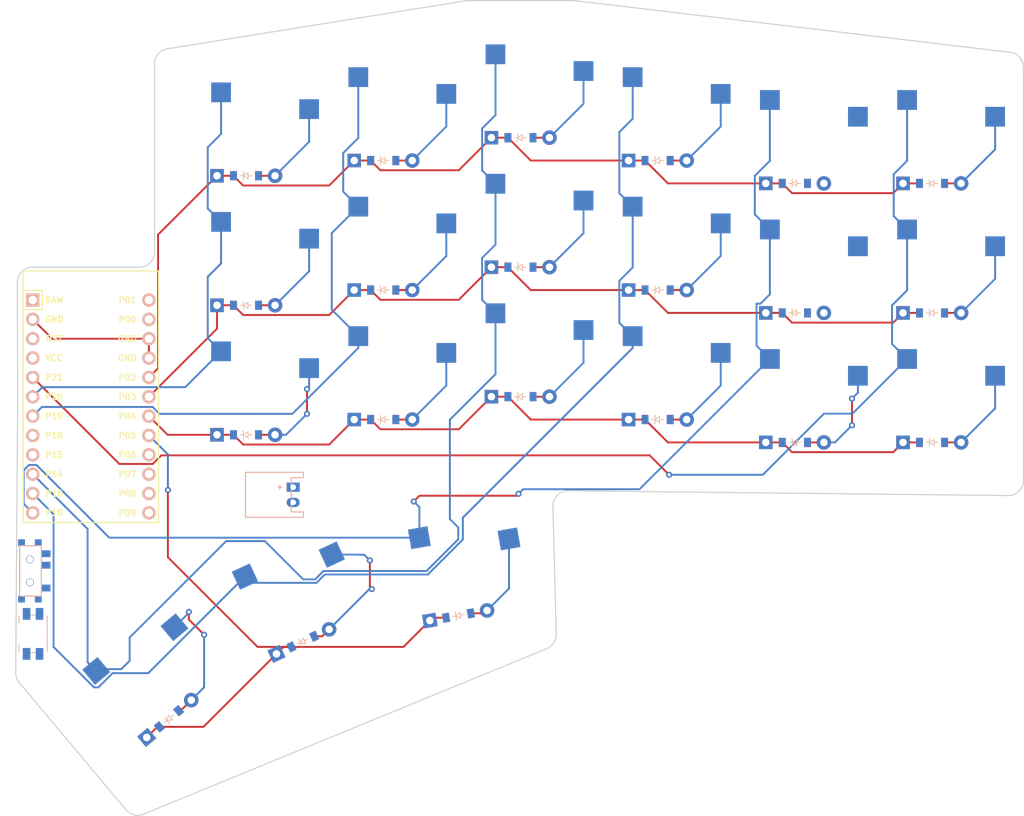
<source format=kicad_pcb>
(kicad_pcb (version 20240108) (generator "pcbnew") (generator_version "8.0")
  (title_block (title "right") (rev "v1.0.0") (company "Unknown"))
  (layers (0 "F.Cu" signal) (31 "B.Cu" signal) (34 "B.Paste" user) (35 "F.Paste" user) (36 "B.SilkS" user "B.Silkscreen") (37 "F.SilkS" user "F.Silkscreen") (38 "B.Mask" user) (39 "F.Mask" user) (44 "Edge.Cuts" user))
  (net 0 "")
  (net 1 "P21")
  (net 2 "mirror_outer_under")
  (net 3 "mirror_outer_middle")
  (net 4 "mirror_outer_upper")
  (net 5 "P10")
  (net 6 "mirror_pinky_under")
  (net 7 "mirror_pinky_middle")
  (net 8 "mirror_pinky_upper")
  (net 9 "P16")
  (net 10 "mirror_ring_under")
  (net 11 "mirror_ring_middle")
  (net 12 "mirror_ring_upper")
  (net 13 "P14")
  (net 14 "mirror_middle_under")
  (net 15 "mirror_middle_middle")
  (net 16 "mirror_middle_upper")
  (net 17 "P19")
  (net 18 "mirror_index_under")
  (net 19 "mirror_index_middle")
  (net 20 "mirror_index_upper")
  (net 21 "P20")
  (net 22 "mirror_inner_under")
  (net 23 "mirror_inner_middle")
  (net 24 "mirror_inner_upper")
  (net 25 "mirror_left_row")
  (net 26 "mirror_mid_row")
  (net 27 "mirror_right_row")
  (net 28 "P4")
  (net 29 "P3")
  (net 30 "P2")
  (net 31 "P5")
  (net 32 "RAW")
  (net 33 "GND")
  (net 34 "RST")
  (net 35 "VCC")
  (net 36 "P18")
  (net 37 "P15")
  (net 38 "P1")
  (net 39 "P0")
  (net 40 "P6")
  (net 41 "P7")
  (net 42 "P8")
  (net 43 "P9")
  (net 44 "pos")
  (footprint "E73:SPDT_C128955" (layer "F.Cu") (at 233.647754 121.867572 90)
    (property "Reference" "T1" (hide yes))
    (property "Value" "" (hide yes))
  )
  (footprint "PG1350" (layer "F.Cu") (at 298 60)
    (property "Reference" "S12" (hide yes))
    (property "Value" "" (hide yes))
  )
  (footprint "ComboDiode" (layer "F.Cu") (at 280 85)
    (property "Reference" "D14" (hide yes))
    (property "Value" "" (hide yes))
  )
  (footprint "PG1350" (layer "F.Cu") (at 352 83)
    (property "Reference" "S2" (hide yes))
    (property "Value" "" (hide yes))
  )
  (footprint "Panasonic_EVQPUL_EVQPUC" (layer "F.Cu") (at 234.05993 130.137403 90)
    (property "Reference" "B1" (hide yes))
    (property "Value" "Panasonic_EVQPUL_EVQPUC" (hide yes))
  )
  (footprint "ComboDiode" (layer "F.Cu") (at 352 88)
    (property "Reference" "D2" (hide yes))
    (property "Value" "" (hide yes))
  )
  (footprint "PG1350" (layer "F.Cu") (at 334 83)
    (property "Reference" "S5" (hide yes))
    (property "Value" "" (hide yes))
  )
  (footprint "ComboDiode" (layer "F.Cu") (at 251.894971 141.280173 40)
    (property "Reference" "D21" (hide yes))
    (property "Value" "" (hide yes))
  )
  (footprint "ComboDiode" (layer "F.Cu") (at 334 105)
    (property "Reference" "D4" (hide yes))
    (property "Value" "" (hide yes))
  )
  (footprint "ComboDiode" (layer "F.Cu") (at 316 68)
    (property "Reference" "D9" (hide yes))
    (property "Value" "" (hide yes))
  )
  (footprint "ComboDiode" (layer "F.Cu") (at 334 71)
    (property "Reference" "D6" (hide yes))
    (property "Value" "" (hide yes))
  )
  (footprint "ComboDiode" (layer "F.Cu") (at 280 68)
    (property "Reference" "D15" (hide yes))
    (property "Value" "" (hide yes))
  )
  (footprint "PG1350" (layer "F.Cu") (at 248.681033 137.44995 40)
    (property "Reference" "S21" (hide yes))
    (property "Value" "" (hide yes))
  )
  (footprint "ComboDiode" (layer "F.Cu") (at 316 102)
    (property "Reference" "D7" (hide yes))
    (property "Value" "" (hide yes))
  )
  (footprint "PG1350" (layer "F.Cu") (at 289 122.8 10)
    (property "Reference" "S19" (hide yes))
    (property "Value" "" (hide yes))
  )
  (footprint "HOLE_M2_TH" (layer "F.Cu") (at 243.635486 122.102558 40)
    (property "Reference" "")
    (property "Value" "")
  )
  (footprint "HOLE_M2_TH" (layer "F.Cu") (at 360 108)
    (property "Reference" "")
    (property "Value" "")
  )
  (footprint "PG1350" (layer "F.Cu") (at 262 65)
    (property "Reference" "S18" (hide yes))
    (property "Value" "" (hide yes))
  )
  (footprint "ComboDiode" (layer "F.Cu") (at 289.868241 127.724039 10)
    (property "Reference" "D19" (hide yes))
    (property "Value" "" (hide yes))
  )
  (footprint "PG1350" (layer "F.Cu") (at 267.334229 126.62026 25)
    (property "Reference" "S20" (hide yes))
    (property "Value" "" (hide yes))
  )
  (footprint "PG1350" (layer "F.Cu") (at 316 63)
    (property "Reference" "S9" (hide yes))
    (property "Value" "" (hide yes))
  )
  (footprint "ComboDiode" (layer "F.Cu") (at 298 65)
    (property "Reference" "D12" (hide yes))
    (property "Value" "" (hide yes))
  )
  (footprint "PG1350" (layer "F.Cu") (at 352 100)
    (property "Reference" "S1" (hide yes))
    (property "Value" "" (hide yes))
  )
  (footprint "PG1350" (layer "F.Cu") (at 316 97)
    (property "Reference" "S7" (hide yes))
    (property "Value" "" (hide yes))
  )
  (footprint "PG1350" (layer "F.Cu") (at 262 99)
    (property "Reference" "S16" (hide yes))
    (property "Value" "" (hide yes))
  )
  (footprint "HOLE_M2_TH" (layer "F.Cu") (at 336 54)
    (property "Reference" "")
    (property "Value" "")
  )
  (footprint "ComboDiode" (layer "F.Cu") (at 334 88)
    (property "Reference" "D5" (hide yes))
    (property "Value" "" (hide yes))
  )
  (footprint "JST_PH_S2B-PH-K_02x2.00mm_Angled" (layer "F.Cu") (at 268.184347 111.879931 -90)
    (property "Reference" "JST1" (hide yes))
    (property "Value" "" (hide yes))
  )
  (footprint "ProMicro" (layer "F.Cu") (at 241.640864 100.278913 -90)
    (property "Reference" "MCU1" (hide yes))
    (property "Value" "" (hide yes))
  )
  (footprint "PG1350" (layer "F.Cu") (at 352 66)
    (property "Reference" "S3" (hide yes))
    (property "Value" "" (hide yes))
  )
  (footprint "ComboDiode" (layer "F.Cu") (at 352 71)
    (property "Reference" "D3" (hide yes))
    (property "Value" "" (hide yes))
  )
  (footprint "PG1350" (layer "F.Cu") (at 334 66)
    (property "Reference" "S6" (hide yes))
    (property "Value" "" (hide yes))
  )
  (footprint "HOLE_M2_TH" (layer "F.Cu") (at 256.524488 112.903501 25)
    (property "Reference" "")
    (property "Value" "")
  )
  (footprint "ComboDiode" (layer "F.Cu") (at 262 87)
    (property "Reference" "D17" (hide yes))
    (property "Value" "" (hide yes))
  )
  (footprint "PG1350" (layer "F.Cu") (at 280 80)
    (property "Reference" "S14" (hide yes))
    (property "Value" "" (hide yes))
  )
  (footprint "PG1350" (layer "F.Cu") (at 334 100)
    (property "Reference" "S4" (hide yes))
    (property "Value" "" (hide yes))
  )
  (footprint "HOLE_M2_TH" (layer "F.Cu") (at 283 52)
    (property "Reference" "")
    (property "Value" "")
  )
  (footprint "HOLE_M2_TH" (layer "F.Cu") (at 272.828267 138.402261 25)
    (property "Reference" "")
    (property "Value" "")
  )
  (footprint "PG1350" (layer "F.Cu") (at 298 77)
    (property "Reference" "S11" (hide yes))
    (property "Value" "" (hide yes))
  )
  (footprint "PG1350" (layer "F.Cu") (at 316 80)
    (property "Reference" "S8" (hide yes))
    (property "Value" "" (hide yes))
  )
  (footprint "ComboDiode" (layer "F.Cu") (at 316 85)
    (property "Reference" "D8" (hide yes))
    (property "Value" "" (hide yes))
  )
  (footprint "ComboDiode" (layer "F.Cu") (at 298 99)
    (property "Reference" "D10" (hide yes))
    (property "Value" "" (hide yes))
  )
  (footprint "HOLE_M2_TH" (layer "F.Cu") (at 291.666613 109.129258 10)
    (property "Reference" "")
    (property "Value" "")
  )
  (footprint "PG1350" (layer "F.Cu") (at 262 82)
    (property "Reference" "S17" (hide yes))
    (property "Value" "" (hide yes))
  )
  (footprint "ComboDiode" (layer "F.Cu") (at 280 102)
    (property "Reference" "D13" (hide yes))
    (property "Value" "" (hide yes))
  )
  (footprint "ComboDiode" (layer "F.Cu") (at 262 70)
    (property "Reference" "D18" (hide yes))
    (property "Value" "" (hide yes))
  )
  (footprint "PG1350" (layer "F.Cu") (at 298 94)
    (property "Reference" "S10" (hide yes))
    (property "Value" "" (hide yes))
  )
  (footprint "ComboDiode" (layer "F.Cu") (at 298 82)
    (property "Reference" "D11" (hide yes))
    (property "Value" "" (hide yes))
  )
  (footprint "PG1350" (layer "F.Cu") (at 280 63)
    (property "Reference" "S15" (hide yes))
    (property "Value" "" (hide yes))
  )
  (footprint "ComboDiode" (layer "F.Cu") (at 262 104)
    (property "Reference" "D16" (hide yes))
    (property "Value" "" (hide yes))
  )
  (footprint "ComboDiode" (layer "F.Cu") (at 269.447321 131.151799 25)
    (property "Reference" "D20" (hide yes))
    (property "Value" "" (hide yes))
  )
  (footprint "ComboDiode" (layer "F.Cu") (at 352 105)
    (property "Reference" "D1" (hide yes))
    (property "Value" "" (hide yes))
  )
  (footprint "PG1350" (layer "F.Cu") (at 280 97)
    (property "Reference" "S13" (hide yes))
    (property "Value" "" (hide yes))
  )
  (gr_arc (start 250 80) (mid 249.414214 81.414214) (end 248 82) (stroke (width 0.15)) (layer "Edge.Cuts"))
  (gr_arc (start 250 55.303796) (mid 250.477548 54.006822) (end 251.682141 53.329216) (stroke (width 0.15)) (layer "Edge.Cuts"))
  (gr_line (start 246.262257 153.236051) (end 232.248381 136.534963) (stroke (width 0.15)) (layer "Edge.Cuts"))
  (gr_line (start 302.262467 113.405594) (end 302.692487 130.171418) (stroke (width 0.15)) (layer "Edge.Cuts"))
  (gr_arc (start 364 109.978262) (mid 363.406549 111.400099) (end 361.97838 111.978145) (stroke (width 0.15)) (layer "Edge.Cuts"))
  (gr_line (start 361.97838 111.978145) (end 304.28343 111.35443) (stroke (width 0.15)) (layer "Edge.Cuts"))
  (gr_line (start 232.038785 100.494019) (end 232.004203 84.004194) (stroke (width 0.15)) (layer "Edge.Cuts"))
  (gr_line (start 231.780525 135.234515) (end 232.038735 100.513087) (stroke (width 0.15)) (layer "Edge.Cuts"))
  (gr_line (start 364 55.776739) (end 364 109.978262) (stroke (width 0.15)) (layer "Edge.Cuts"))
  (gr_line (start 301.453027 132.07272) (end 248.554228 153.800498) (stroke (width 0.15)) (layer "Edge.Cuts"))
  (gr_line (start 305.117406 47.013929) (end 362.235635 53.790669) (stroke (width 0.15)) (layer "Edge.Cuts"))
  (gr_arc (start 362.235635 53.790669) (mid 363.495204 54.448445) (end 364 55.776739) (stroke (width 0.15)) (layer "Edge.Cuts"))
  (gr_line (start 291.159946 47) (end 304.88177 47) (stroke (width 0.15)) (layer "Edge.Cuts"))
  (gr_arc (start 232.038786 100.49402) (mid 232.038783 100.503554) (end 232.038735 100.513087) (stroke (width 0.15)) (layer "Edge.Cuts"))
  (gr_arc (start 232.248381 136.534963) (mid 231.898554 135.926435) (end 231.780525 135.234515) (stroke (width 0.15)) (layer "Edge.Cuts"))
  (gr_arc (start 290.842087 47.02542) (mid 291.000509 47.006365) (end 291.159946 47) (stroke (width 0.15)) (layer "Edge.Cuts"))
  (gr_arc (start 232.004203 84.004194) (mid 232.588503 82.58727) (end 234.004199 82) (stroke (width 0.15)) (layer "Edge.Cuts"))
  (gr_line (start 234.004199 82) (end 248 82) (stroke (width 0.15)) (layer "Edge.Cuts"))
  (gr_arc (start 248.554229 153.800498) (mid 247.316094 153.892454) (end 246.262257 153.236052) (stroke (width 0.15)) (layer "Edge.Cuts"))
  (gr_arc (start 302.262468 113.405593) (mid 302.837148 111.950627) (end 304.28343 111.35443) (stroke (width 0.15)) (layer "Edge.Cuts"))
  (gr_line (start 251.682141 53.329216) (end 290.842087 47.02542) (stroke (width 0.15)) (layer "Edge.Cuts"))
  (gr_arc (start 302.692487 130.171419) (mid 302.368575 131.314914) (end 301.453027 132.07272) (stroke (width 0.15)) (layer "Edge.Cuts"))
  (gr_line (start 250 80) (end 250 55.303796) (stroke (width 0.15)) (layer "Edge.Cuts"))
  (gr_arc (start 304.881771 47) (mid 304.999794 47.003485) (end 305.117406 47.01393) (stroke (width 0.15)) (layer "Edge.Cuts"))
  (segment (start 245.382164 107.830213) (end 234.020864 96.468913) (width 0.25) (layer "F.Cu") (net 1))
  (segment (start 317.5 109.25) (end 314.954258 106.704258) (width 0.25) (layer "F.Cu") (net 1))
  (segment (start 249.758459 107.830213) (end 245.382164 107.830213) (width 0.25) (layer "F.Cu") (net 1))
  (segment (start 250.884414 106.704258) (end 249.758459 107.830213) (width 0.25) (layer "F.Cu") (net 1))
  (segment (start 314.954258 106.704258) (end 250.884414 106.704258) (width 0.25) (layer "F.Cu") (net 1))
  (via (at 317.5 109.25) (size 0.8) (drill 0.4) (layers "F.Cu" "B.Cu") (net 1))
  (segment (start 346.75 92.075) (end 348.725 94.05) (width 0.25) (layer "B.Cu") (net 1))
  (segment (start 348.725 94.05) (end 341.5491 101.2259) (width 0.25) (layer "B.Cu") (net 1))
  (segment (start 341.5491 101.2259) (end 337.8241 101.2259) (width 0.25) (layer "B.Cu") (net 1))
  (segment (start 348.725 60.05) (end 348.725 68.037) (width 0.25) (layer "B.Cu") (net 1))
  (segment (start 346.976 75.301) (end 348.725 77.05) (width 0.25) (layer "B.Cu") (net 1))
  (segment (start 348.725 85.037) (end 346.75 87.012) (width 0.25) (layer "B.Cu") (net 1))
  (segment (start 337.8241 101.2259) (end 329.8 109.25) (width 0.25) (layer "B.Cu") (net 1))
  (segment (start 346.976 69.786) (end 346.976 75.301) (width 0.25) (layer "B.Cu") (net 1))
  (segment (start 329.8 109.25) (end 317.5 109.25) (width 0.25) (layer "B.Cu") (net 1))
  (segment (start 348.725 77.05) (end 348.725 85.037) (width 0.25) (layer "B.Cu") (net 1))
  (segment (start 348.725 68.037) (end 346.976 69.786) (width 0.25) (layer "B.Cu") (net 1))
  (segment (start 346.75 87.012) (end 346.75 92.075) (width 0.25) (layer "B.Cu") (net 1))
  (segment (start 353.65 105) (end 355.81 105) (width 0.25) (layer "F.Cu") (net 2))
  (segment (start 360.275 100.535) (end 355.81 105) (width 0.25) (layer "B.Cu") (net 2))
  (segment (start 360.275 96.25) (end 360.275 100.535) (width 0.25) (layer "B.Cu") (net 2))
  (segment (start 353.65 88) (end 355.81 88) (width 0.25) (layer "F.Cu") (net 3))
  (segment (start 360.275 83.535) (end 355.81 88) (width 0.25) (layer "B.Cu") (net 3))
  (segment (start 360.275 79.25) (end 360.275 83.535) (width 0.25) (layer "B.Cu") (net 3))
  (segment (start 353.65 71) (end 355.81 71) (width 0.25) (layer "F.Cu") (net 4))
  (segment (start 360.275 62.25) (end 360.275 66.535) (width 0.25) (layer "B.Cu") (net 4))
  (segment (start 360.275 66.535) (end 355.81 71) (width 0.25) (layer "B.Cu") (net 4))
  (segment (start 297.5 112) (end 284.75 112) (width 0.25) (layer "F.Cu") (net 5))
  (segment (start 297.75 111.75) (end 297.5 112) (width 0.25) (layer "F.Cu") (net 5))
  (segment (start 284.75 112) (end 284 112.75) (width 0.25) (layer "F.Cu") (net 5))
  (via (at 284 112.75) (size 0.8) (drill 0.4) (layers "F.Cu" "B.Cu") (net 5))
  (via (at 297.75 111.75) (size 0.8) (drill 0.4) (layers "F.Cu" "B.Cu") (net 5))
  (segment (start 284.741548 117.509092) (end 244.059938 117.509092) (width 0.25) (layer "B.Cu") (net 5))
  (segment (start 313.624384 111.150616) (end 298.349384 111.150616) (width 0.25) (layer "B.Cu") (net 5))
  (segment (start 234.518459 107.967613) (end 233.523269 107.967613) (width 0.25) (layer "B.Cu") (net 5))
  (segment (start 330.725 94.05) (end 313.624384 111.150616) (width 0.25) (layer "B.Cu") (net 5))
  (segment (start 244.059938 117.509092) (end 234.518459 107.967613) (width 0.25) (layer "B.Cu") (net 5))
  (segment (start 330.725 85.561) (end 329.5 86.786) (width 0.25) (layer "B.Cu") (net 5))
  (segment (start 284 112.75) (end 284.741548 113.491548) (width 0.25) (layer "B.Cu") (net 5))
  (segment (start 298.349384 111.150616) (end 297.75 111.75) (width 0.25) (layer "B.Cu") (net 5))
  (segment (start 330.725 77.05) (end 330.725 85.561) (width 0.25) (layer "B.Cu") (net 5))
  (segment (start 232.819564 108.671318) (end 232.819564 113.047613) (width 0.25) (layer "B.Cu") (net 5))
  (segment (start 330.725 68.037) (end 328.75 70.012) (width 0.25) (layer "B.Cu") (net 5))
  (segment (start 232.819564 113.047613) (end 234.020864 114.248913) (width 0.25) (layer "B.Cu") (net 5))
  (segment (start 284.741548 113.491548) (end 284.741548 117.509092) (width 0.25) (layer "B.Cu") (net 5))
  (segment (start 233.523269 107.967613) (end 232.819564 108.671318) (width 0.25) (layer "B.Cu") (net 5))
  (segment (start 328.976 86.786) (end 328.976 92.301) (width 0.25) (layer "B.Cu") (net 5))
  (segment (start 330.725 60.05) (end 330.725 68.037) (width 0.25) (layer "B.Cu") (net 5))
  (segment (start 328.976 92.301) (end 330.725 94.05) (width 0.25) (layer "B.Cu") (net 5))
  (segment (start 329.5 86.786) (end 328.976 86.786) (width 0.25) (layer "B.Cu") (net 5))
  (segment (start 328.75 75.075) (end 330.725 77.05) (width 0.25) (layer "B.Cu") (net 5))
  (segment (start 328.75 70.012) (end 328.75 75.075) (width 0.25) (layer "B.Cu") (net 5))
  (segment (start 341.5 99.25) (end 341.5 102.75) (width 0.25) (layer "F.Cu") (net 6))
  (segment (start 335.65 105) (end 337.81 105) (width 0.25) (layer "F.Cu") (net 6))
  (via (at 341.5 102.75) (size 0.8) (drill 0.4) (layers "F.Cu" "B.Cu") (net 6))
  (via (at 341.5 99.25) (size 0.8) (drill 0.4) (layers "F.Cu" "B.Cu") (net 6))
  (segment (start 341.5 102.75) (end 339.25 105) (width 0.25) (layer "B.Cu") (net 6))
  (segment (start 339.25 105) (end 337.81 105) (width 0.25) (layer "B.Cu") (net 6))
  (segment (start 342.275 98.475) (end 341.5 99.25) (width 0.25) (layer "B.Cu") (net 6))
  (segment (start 342.275 96.25) (end 342.275 98.475) (width 0.25) (layer "B.Cu") (net 6))
  (segment (start 290.446002 117.749231) (end 285.860069 122.335164) (width 0.25) (layer "B.Cu") (net 9))
  (segment (start 285.860069 122.335164) (end 272.342345 122.335164) (width 0.25) (layer "B.Cu") (net 9))
  (segment (start 310.976 89.301) (end 312.725 91.05) (width 0.25) (layer "B.Cu") (net 9))
  (segment (start 312.725 82.037) (end 310.976 83.786) (width 0.25) (layer "B.Cu") (net 9))
  (segment (start 312.725 62.508684) (end 310.976 64.257684) (width 0.25) (layer "B.Cu") (net 9))
  (segment (start 312.725 57.05) (end 312.725 62.508684) (width 0.25) (layer "B.Cu") (net 9))
  (segment (start 244.504133 135.291969) (end 242.642505 137.153597) (width 0.25) (layer "B.Cu") (net 9))
  (segment (start 271.243995 123.433514) (end 262.673203 123.433514) (width 0.25) (layer "B.Cu") (net 9))
  (segment (start 312.725 74.05) (end 312.725 82.037) (width 0.25) (layer "B.Cu") (net 9))
  (segment (start 262.673203 123.433514) (end 261.851492 122.611803) (width 0.25) (layer "B.Cu") (net 9))
  (segment (start 261.851492 122.611803) (end 249.171326 135.291969) (width 0.25) (layer "B.Cu") (net 9))
  (segment (start 236.75 114.438049) (end 234.020864 111.708913) (width 0.25) (layer "B.Cu") (net 9))
  (segment (start 242.052797 137.153597) (end 236.75 131.8508) (width 0.25) (layer "B.Cu") (net 9))
  (segment (start 236.75 131.8508) (end 236.75 114.438049) (width 0.25) (layer "B.Cu") (net 9))
  (segment (start 312.725 91.05) (end 312.725 92.6) (width 0.25) (layer "B.Cu") (net 9))
  (segment (start 312.725 92.6) (end 290.446002 114.878998) (width 0.25) (layer "B.Cu") (net 9))
  (segment (start 272.342345 122.335164) (end 271.243995 123.433514) (width 0.25) (layer "B.Cu") (net 9))
  (segment (start 310.976 64.257684) (end 310.976 72.301) (width 0.25) (layer "B.Cu") (net 9))
  (segment (start 290.446002 114.878998) (end 290.446002 117.749231) (width 0.25) (layer "B.Cu") (net 9))
  (segment (start 242.642505 137.153597) (end 242.052797 137.153597) (width 0.25) (layer "B.Cu") (net 9))
  (segment (start 310.976 72.301) (end 312.725 74.05) (width 0.25) (layer "B.Cu") (net 9))
  (segment (start 310.976 83.786) (end 310.976 89.301) (width 0.25) (layer "B.Cu") (net 9))
  (segment (start 249.171326 135.291969) (end 244.504133 135.291969) (width 0.25) (layer "B.Cu") (net 9))
  (segment (start 317.65 102) (end 319.81 102) (width 0.25) (layer "F.Cu") (net 10))
  (segment (start 324.275 93.25) (end 324.275 97.535) (width 0.25) (layer "B.Cu") (net 10))
  (segment (start 324.275 97.535) (end 319.81 102) (width 0.25) (layer "B.Cu") (net 10))
  (segment (start 317.65 85) (end 319.81 85) (width 0.25) (layer "F.Cu") (net 11))
  (segment (start 324.275 80.535) (end 319.81 85) (width 0.25) (layer "B.Cu") (net 11))
  (segment (start 324.275 76.25) (end 324.275 80.535) (width 0.25) (layer "B.Cu") (net 11))
  (segment (start 317.65 68) (end 319.81 68) (width 0.25) (layer "F.Cu") (net 12))
  (segment (start 324.275 59.25) (end 324.275 63.535) (width 0.25) (layer "B.Cu") (net 12))
  (segment (start 324.275 63.535) (end 319.81 68) (width 0.25) (layer "B.Cu") (net 12))
  (segment (start 292.976 69.301) (end 294.725 71.05) (width 0.25) (layer "B.Cu") (net 13))
  (segment (start 264.479877 117.959092) (end 259.385674 117.959092) (width 0.25) (layer "B.Cu") (net 13))
  (segment (start 289.841793 117.717044) (end 285.673673 121.885164) (width 0.25) (layer "B.Cu") (net 13))
  (segment (start 246.731447 130.613319) (end 246.731447 133.668636) (width 0.25) (layer "B.Cu") (net 13))
  (segment (start 241.210486 116.358535) (end 234.020864 109.168913) (width 0.25) (layer "B.Cu") (net 13))
  (segment (start 242.347651 134.997115) (end 241.210486 133.85995) (width 0.25) (layer "B.Cu") (net 13))
  (segment (start 245.633097 134.766986) (end 242.57778 134.766986) (width 0.25) (layer "B.Cu") (net 13))
  (segment (start 288.743443 115.065394) (end 289.841793 116.163744) (width 0.25) (layer "B.Cu") (net 13))
  (segment (start 292.976 63.786) (end 292.976 69.301) (width 0.25) (layer "B.Cu") (net 13))
  (segment (start 294.725 71.05) (end 294.725 79.037) (width 0.25) (layer "B.Cu") (net 13))
  (segment (start 289.841793 116.163744) (end 289.841793 117.717044) (width 0.25) (layer "B.Cu") (net 13))
  (segment (start 259.385674 117.959092) (end 246.731447 130.613319) (width 0.25) (layer "B.Cu") (net 13))
  (segment (start 285.673673 121.885164) (end 272.155949 121.885164) (width 0.25) (layer "B.Cu") (net 13))
  (segment (start 292.976 80.786) (end 292.976 86.301) (width 0.25) (layer "B.Cu") (net 13))
  (segment (start 271.057599 122.983514) (end 269.504299 122.983514) (width 0.25) (layer "B.Cu") (net 13))
  (segment (start 294.725 54.05) (end 294.725 62.037) (width 0.25) (layer "B.Cu") (net 13))
  (segment (start 292.976 86.301) (end 294.725 88.05) (width 0.25) (layer "B.Cu") (net 13))
  (segment (start 288.743443 102.018557) (end 288.743443 115.065394) (width 0.25) (layer "B.Cu") (net 13))
  (segment (start 294.725 79.037) (end 292.976 80.786) (width 0.25) (layer "B.Cu") (net 13))
  (segment (start 294.725 62.037) (end 292.976 63.786) (width 0.25) (layer "B.Cu") (net 13))
  (segment (start 246.731447 133.668636) (end 245.633097 134.766986) (width 0.25) (layer "B.Cu") (net 13))
  (segment (start 241.210486 133.85995) (end 241.210486 116.358535) (width 0.25) (layer "B.Cu") (net 13))
  (segment (start 294.725 88.05) (end 294.725 96.037) (width 0.25) (layer "B.Cu") (net 13))
  (segment (start 272.155949 121.885164) (end 271.057599 122.983514) (width 0.25) (layer "B.Cu") (net 13))
  (segment (start 242.57778 134.766986) (end 242.347651 134.997115) (width 0.25) (layer "B.Cu") (net 13))
  (segment (start 294.725 96.037) (end 288.743443 102.018557) (width 0.25) (layer "B.Cu") (net 13))
  (segment (start 269.504299 122.983514) (end 264.479877 117.959092) (width 0.25) (layer "B.Cu") (net 13))
  (segment (start 299.65 99) (end 301.81 99) (width 0.25) (layer "F.Cu") (net 14))
  (segment (start 306.275 94.535) (end 301.81 99) (width 0.25) (layer "B.Cu") (net 14))
  (segment (start 306.275 90.25) (end 306.275 94.535) (width 0.25) (layer "B.Cu") (net 14))
  (segment (start 299.65 82) (end 301.81 82) (width 0.25) (layer "F.Cu") (net 15))
  (segment (start 306.275 73.25) (end 306.275 77.535) (width 0.25) (layer "B.Cu") (net 15))
  (segment (start 306.275 77.535) (end 301.81 82) (width 0.25) (layer "B.Cu") (net 15))
  (segment (start 299.65 65) (end 301.81 65) (width 0.25) (layer "F.Cu") (net 16))
  (segment (start 306.275 60.535) (end 301.81 65) (width 0.25) (layer "B.Cu") (net 16))
  (segment (start 306.275 56.25) (end 306.275 60.535) (width 0.25) (layer "B.Cu") (net 16))
  (segment (start 276.725 57.05) (end 276.725 65.037) (width 0.25) (layer "B.Cu") (net 17))
  (segment (start 276.725 65.037) (end 274.75 67.012) (width 0.25) (layer "B.Cu") (net 17))
  (segment (start 274.75 67.012) (end 274.75 72.075) (width 0.25) (layer "B.Cu") (net 17))
  (segment (start 276.725 74.05) (end 273.25 77.525) (width 0.25) (layer "B.Cu") (net 17))
  (segment (start 250.660846 101.25) (end 249.758459 100.347613) (width 0.25) (layer "B.Cu") (net 17))
  (segment (start 273.25 77.525) (end 273.25 87.575) (width 0.25) (layer "B.Cu") (net 17))
  (segment (start 235.222164 100.347613) (end 234.020864 101.548913) (width 0.25) (layer "B.Cu") (net 17))
  (segment (start 276.725 91.05) (end 276.725 92.6) (width 0.25) (layer "B.Cu") (net 17))
  (segment (start 268.075 101.25) (end 250.660846 101.25) (width 0.25) (layer "B.Cu") (net 17))
  (segment (start 276.725 92.6) (end 268.075 101.25) (width 0.25) (layer "B.Cu") (net 17))
  (segment (start 274.75 72.075) (end 276.725 74.05) (width 0.25) (layer "B.Cu") (net 17))
  (segment (start 273.25 87.575) (end 276.725 91.05) (width 0.25) (layer "B.Cu") (net 17))
  (segment (start 249.758459 100.347613) (end 235.222164 100.347613) (width 0.25) (layer "B.Cu") (net 17))
  (segment (start 281.65 102) (end 283.81 102) (width 0.25) (layer "F.Cu") (net 18))
  (segment (start 288.275 97.535) (end 283.81 102) (width 0.25) (layer "B.Cu") (net 18))
  (segment (start 288.275 93.25) (end 288.275 97.535) (width 0.25) (layer "B.Cu") (net 18))
  (segment (start 281.65 85) (end 283.81 85) (width 0.25) (layer "F.Cu") (net 19))
  (segment (start 288.275 76.25) (end 288.275 80.535) (width 0.25) (layer "B.Cu") (net 19))
  (segment (start 288.275 80.535) (end 283.81 85) (width 0.25) (layer "B.Cu") (net 19))
  (segment (start 281.65 68) (end 283.81 68) (width 0.25) (layer "F.Cu") (net 20))
  (segment (start 288.275 59.25) (end 288.275 63.535) (width 0.25) (layer "B.Cu") (net 20))
  (segment (start 288.275 63.535) (end 283.81 68) (width 0.25) (layer "B.Cu") (net 20))
  (segment (start 235.279777 97.75) (end 234.020864 99.008913) (width 0.25) (layer "B.Cu") (net 21))
  (segment (start 256.976 74.301) (end 258.725 76.05) (width 0.25) (layer "B.Cu") (net 21))
  (segment (start 258.725 81.508684) (end 256.976 83.257684) (width 0.25) (layer "B.Cu") (net 21))
  (segment (start 254.025 97.75) (end 235.279777 97.75) (width 0.25) (layer "B.Cu") (net 21))
  (segment (start 258.725 76.05) (end 258.725 81.508684) (width 0.25) (layer "B.Cu") (net 21))
  (segment (start 258.725 59.05) (end 258.725 64.508684) (width 0.25) (layer "B.Cu") (net 21))
  (segment (start 256.976 66.257684) (end 256.976 74.301) (width 0.25) (layer "B.Cu") (net 21))
  (segment (start 258.725 64.508684) (end 256.976 66.257684) (width 0.25) (layer "B.Cu") (net 21))
  (segment (start 256.976 91.301) (end 258.725 93.05) (width 0.25) (layer "B.Cu") (net 21))
  (segment (start 256.976 83.257684) (end 256.976 91.301) (width 0.25) (layer "B.Cu") (net 21))
  (segment (start 258.725 93.05) (end 254.025 97.75) (width 0.25) (layer "B.Cu") (net 21))
  (segment (start 263.65 104) (end 265.81 104) (width 0.25) (layer "F.Cu") (net 22))
  (segment (start 270 98) (end 270 101.25) (width 0.25) (layer "F.Cu") (net 22))
  (via (at 270 101.25) (size 0.8) (drill 0.4) (layers "F.Cu" "B.Cu") (net 22))
  (via (at 270 98) (size 0.8) (drill 0.4) (layers "F.Cu" "B.Cu") (net 22))
  (segment (start 267.25 104) (end 265.81 104) (width 0.25) (layer "B.Cu") (net 22))
  (segment (start 270.275 95.25) (end 270.275 97.725) (width 0.25) (layer "B.Cu") (net 22))
  (segment (start 270.275 97.725) (end 270 98) (width 0.25) (layer "B.Cu") (net 22))
  (segment (start 270 101.25) (end 267.25 104) (width 0.25) (layer "B.Cu") (net 22))
  (segment (start 263.65 87) (end 265.81 87) (width 0.25) (layer "F.Cu") (net 23))
  (segment (start 270.275 78.25) (end 270.275 82.535) (width 0.25) (layer "B.Cu") (net 23))
  (segment (start 270.275 82.535) (end 265.81 87) (width 0.25) (layer "B.Cu") (net 23))
  (segment (start 263.65 70) (end 265.81 70) (width 0.25) (layer "F.Cu") (net 24))
  (segment (start 270.275 65.535) (end 265.81 70) (width 0.25) (layer "B.Cu") (net 24))
  (segment (start 270.275 61.25) (end 270.275 65.535) (width 0.25) (layer "B.Cu") (net 24))
  (segment (start 293.245278 127.43752) (end 293.620359 127.062439) (width 0.25) (layer "F.Cu") (net 25))
  (segment (start 291.493174 127.43752) (end 293.245278 127.43752) (width 0.25) (layer "F.Cu") (net 25))
  (segment (start 296.498103 124.184695) (end 293.620359 127.062439) (width 0.25) (layer "B.Cu") (net 25))
  (segment (start 296.498103 117.670032) (end 296.498103 124.184695) (width 0.25) (layer "B.Cu") (net 25))
  (segment (start 278.25 124) (end 278.5 124.25) (width 0.25) (layer "F.Cu") (net 26))
  (segment (start 278.25 120.5) (end 278.25 124) (width 0.25) (layer "F.Cu") (net 26))
  (segment (start 271.987498 130.454479) (end 272.900354 129.541623) (width 0.25) (layer "F.Cu") (net 26))
  (segment (start 270.942729 130.454479) (end 271.987498 130.454479) (width 0.25) (layer "F.Cu") (net 26))
  (via (at 278.5 124.25) (size 0.8) (drill 0.4) (layers "F.Cu" "B.Cu") (net 26))
  (via (at 278.25 120.5) (size 0.8) (drill 0.4) (layers "F.Cu" "B.Cu") (net 26))
  (segment (start 278.191977 124.25) (end 272.900354 129.541623) (width 0.25) (layer "B.Cu") (net 26))
  (segment (start 276.72444 119.72444) (end 276.75 119.75) (width 0.25) (layer "B.Cu") (net 26))
  (segment (start 277.5 119.75) (end 278.25 120.5) (width 0.25) (layer "B.Cu") (net 26))
  (segment (start 273.249107 119.72444) (end 276.72444 119.72444) (width 0.25) (layer "B.Cu") (net 26))
  (segment (start 276.75 119.75) (end 277.5 119.75) (width 0.25) (layer "B.Cu") (net 26))
  (segment (start 278.5 124.25) (end 278.191977 124.25) (width 0.25) (layer "B.Cu") (net 26))
  (segment (start 253.158944 140.219573) (end 253.425179 140.219573) (width 0.25) (layer "F.Cu") (net 27))
  (segment (start 254.5 127.25) (end 254.5 128.25) (width 0.25) (layer "F.Cu") (net 27))
  (segment (start 254.5 128.25) (end 256.5 130.25) (width 0.25) (layer "F.Cu") (net 27))
  (segment (start 253.425179 140.219573) (end 254.8136 138.831152) (width 0.25) (layer "F.Cu") (net 27))
  (via (at 254.5 127.25) (size 0.8) (drill 0.4) (layers "F.Cu" "B.Cu") (net 27))
  (via (at 256.5 130.25) (size 0.8) (drill 0.4) (layers "F.Cu" "B.Cu") (net 27))
  (segment (start 254.5 127.367813) (end 254.5 127.25) (width 0.25) (layer "B.Cu") (net 27))
  (segment (start 252.609597 129.258216) (end 254.5 127.367813) (width 0.25) (layer "B.Cu") (net 27))
  (segment (start 256.5 137.144752) (end 254.8136 138.831152) (width 0.25) (layer "B.Cu") (net 27))
  (segment (start 256.5 130.25) (end 256.5 137.144752) (width 0.25) (layer "B.Cu") (net 27))
  (segment (start 261.6275 105.2775) (end 272.9125 105.2775) (width 0.25) (layer "F.Cu") (net 28))
  (segment (start 314.35 102) (end 312.19 102) (width 0.25) (layer "F.Cu") (net 28))
  (segment (start 260.35 104) (end 261.6275 105.2775) (width 0.25) (layer "F.Cu") (net 28))
  (segment (start 251.711951 104) (end 249.260864 101.548913) (width 0.25) (layer "F.Cu") (net 28))
  (segment (start 350.35 105) (end 348.19 105) (width 0.25) (layer "F.Cu") (net 28))
  (segment (start 279.6275 103.2775) (end 289.9125 103.2775) (width 0.25) (layer "F.Cu") (net 28))
  (segment (start 296.35 99) (end 299.35 102) (width 0.25) (layer "F.Cu") (net 28))
  (segment (start 258.19 104) (end 251.711951 104) (width 0.25) (layer "F.Cu") (net 28))
  (segment (start 296.35 99) (end 294.19 99) (width 0.25) (layer "F.Cu") (net 28))
  (segment (start 314.35 102) (end 317.35 105) (width 0.25) (layer "F.Cu") (net 28))
  (segment (start 278.35 102) (end 276.19 102) (width 0.25) (layer "F.Cu") (net 28))
  (segment (start 317.35 105) (end 330.19 105) (width 0.25) (layer "F.Cu") (net 28))
  (segment (start 260.35 104) (end 258.19 104) (width 0.25) (layer "F.Cu") (net 28))
  (segment (start 346.9125 106.2775) (end 348.19 105) (width 0.25) (layer "F.Cu") (net 28))
  (segment (start 272.9125 105.2775) (end 276.19 102) (width 0.25) (layer "F.Cu") (net 28))
  (segment (start 332.35 105) (end 333.6275 106.2775) (width 0.25) (layer "F.Cu") (net 28))
  (segment (start 332.35 105) (end 330.19 105) (width 0.25) (layer "F.Cu") (net 28))
  (segment (start 289.9125 103.2775) (end 294.19 99) (width 0.25) (layer "F.Cu") (net 28))
  (segment (start 333.6275 106.2775) (end 346.9125 106.2775) (width 0.25) (layer "F.Cu") (net 28))
  (segment (start 299.35 102) (end 312.19 102) (width 0.25) (layer "F.Cu") (net 28))
  (segment (start 278.35 102) (end 279.6275 103.2775) (width 0.25) (layer "F.Cu") (net 28))
  (segment (start 279.6275 86.2775) (end 289.9125 86.2775) (width 0.25) (layer "F.Cu") (net 29))
  (segment (start 333.6275 89.2775) (end 346.9125 89.2775) (width 0.25) (layer "F.Cu") (net 29))
  (segment (start 314.35 85) (end 317.35 88) (width 0.25) (layer "F.Cu") (net 29))
  (segment (start 258.19 87) (end 258.19 90.079777) (width 0.25) (layer "F.Cu") (net 29))
  (segment (start 346.9125 89.2775) (end 348.19 88) (width 0.25) (layer "F.Cu") (net 29))
  (segment (start 314.35 85) (end 312.19 85) (width 0.25) (layer "F.Cu") (net 29))
  (segment (start 350.35 88) (end 348.19 88) (width 0.25) (layer "F.Cu") (net 29))
  (segment (start 299.35 85) (end 312.19 85) (width 0.25) (layer "F.Cu") (net 29))
  (segment (start 260.35 87) (end 261.6275 88.2775) (width 0.25) (layer "F.Cu") (net 29))
  (segment (start 332.35 88) (end 330.19 88) (width 0.25) (layer "F.Cu") (net 29))
  (segment (start 278.35 85) (end 279.6275 86.2775) (width 0.25) (layer "F.Cu") (net 29))
  (segment (start 289.9125 86.2775) (end 294.19 82) (width 0.25) (layer "F.Cu") (net 29))
  (segment (start 332.35 88) (end 333.6275 89.2775) (width 0.25) (layer "F.Cu") (net 29))
  (segment (start 258.19 90.079777) (end 249.260864 99.008913) (width 0.25) (layer "F.Cu") (net 29))
  (segment (start 260.35 87) (end 258.19 87) (width 0.25) (layer "F.Cu") (net 29))
  (segment (start 278.35 85) (end 276.19 85) (width 0.25) (layer "F.Cu") (net 29))
  (segment (start 296.35 82) (end 294.19 82) (width 0.25) (layer "F.Cu") (net 29))
  (segment (start 261.6275 88.2775) (end 272.9125 88.2775) (width 0.25) (layer "F.Cu") (net 29))
  (segment (start 317.35 88) (end 330.19 88) (width 0.25) (layer "F.Cu") (net 29))
  (segment (start 296.35 82) (end 299.35 85) (width 0.25) (layer "F.Cu") (net 29))
  (segment (start 272.9125 88.2775) (end 276.19 85) (width 0.25) (layer "F.Cu") (net 29))
  (segment (start 258.19 70) (end 250.462164 77.727836) (width 0.25) (layer "F.Cu") (net 30))
  (segment (start 346.9125 72.2775) (end 348.19 71) (width 0.25) (layer "F.Cu") (net 30))
  (segment (start 314.35 68) (end 317.35 71) (width 0.25) (layer "F.Cu") (net 30))
  (segment (start 350.35 71) (end 348.19 71) (width 0.25) (layer "F.Cu") (net 30))
  (segment (start 296.35 65) (end 294.19 65) (width 0.25) (layer "F.Cu") (net 30))
  (segment (start 278.35 68) (end 276.19 68) (width 0.25) (layer "F.Cu") (net 30))
  (segment (start 333.6275 72.2775) (end 346.9125 72.2775) (width 0.25) (layer "F.Cu") (net 30))
  (segment (start 314.35 68) (end 312.19 68) (width 0.25) (layer "F.Cu") (net 30))
  (segment (start 332.35 71) (end 330.19 71) (width 0.25) (layer "F.Cu") (net 30))
  (segment (start 278.35 68) (end 279.6275 69.2775) (width 0.25) (layer "F.Cu") (net 30))
  (segment (start 272.9125 71.2775) (end 276.19 68) (width 0.25) (layer "F.Cu") (net 30))
  (segment (start 260.35 70) (end 258.19 70) (width 0.25) (layer "F.Cu") (net 30))
  (segment (start 250.462164 77.727836) (end 250.462164 95.267613) (width 0.25) (layer "F.Cu") (net 30))
  (segment (start 296.35 65) (end 299.35 68) (width 0.25) (layer "F.Cu") (net 30))
  (segment (start 261.6275 71.2775) (end 272.9125 71.2775) (width 0.25) (layer "F.Cu") (net 30))
  (segment (start 289.9125 69.2775) (end 294.19 65) (width 0.25) (layer "F.Cu") (net 30))
  (segment (start 279.6275 69.2775) (end 289.9125 69.2775) (width 0.25) (layer "F.Cu") (net 30))
  (segment (start 332.35 71) (end 333.6275 72.2775) (width 0.25) (layer "F.Cu") (net 30))
  (segment (start 260.35 70) (end 261.6275 71.2775) (width 0.25) (layer "F.Cu") (net 30))
  (segment (start 317.35 71) (end 330.19 71) (width 0.25) (layer "F.Cu") (net 30))
  (segment (start 250.462164 95.267613) (end 249.260864 96.468913) (width 0.25) (layer "F.Cu") (net 30))
  (segment (start 299.35 68) (end 312.19 68) (width 0.25) (layer "F.Cu") (net 30))
  (segment (start 286.491204 128.010558) (end 286.116123 128.385639) (width 0.25) (layer "F.Cu") (net 31))
  (segment (start 250.630998 142.340773) (end 250.364763 142.340773) (width 0.25) (layer "F.Cu") (net 31))
  (segment (start 251.75 120.078808) (end 251.75 111.25) (width 0.25) (layer "F.Cu") (net 31))
  (segment (start 250.630998 142.340773) (end 256.41549 142.340773) (width 0.25) (layer "F.Cu") (net 31))
  (segment (start 267.951913 131.849119) (end 282.652643 131.849119) (width 0.25) (layer "F.Cu") (net 31))
  (segment (start 250.364763 142.340773) (end 248.976342 143.729194) (width 0.25) (layer "F.Cu") (net 31))
  (segment (start 282.652643 131.849119) (end 286.116123 128.385639) (width 0.25) (layer "F.Cu") (net 31))
  (segment (start 267.951913 131.849119) (end 266.907144 131.849119) (width 0.25) (layer "F.Cu") (net 31))
  (segment (start 263.520311 131.849119) (end 251.75 120.078808) (width 0.25) (layer "F.Cu") (net 31))
  (segment (start 288.243308 128.010558) (end 286.491204 128.010558) (width 0.25) (layer "F.Cu") (net 31))
  (segment (start 266.907144 131.849119) (end 265.994288 132.761975) (width 0.25) (layer "F.Cu") (net 31))
  (segment (start 256.41549 142.340773) (end 265.994288 132.761975) (width 0.25) (layer "F.Cu") (net 31))
  (segment (start 267.951913 131.849119) (end 263.520311 131.849119) (width 0.25) (layer "F.Cu") (net 31))
  (via (at 251.75 111.25) (size 0.8) (drill 0.4) (layers "F.Cu" "B.Cu") (net 31))
  (segment (start 251.75 111.25) (end 251.75 106.578049) (width 0.25) (layer "B.Cu") (net 31))
  (segment (start 251.75 106.578049) (end 249.260864 104.088913) (width 0.25) (layer "B.Cu") (net 31))
  (segment (start 234.020864 88.848913) (end 236.560864 91.388913) (width 0.25) (layer "F.Cu") (net 33))
  (segment (start 236.560864 91.388913) (end 249.260864 91.388913) (width 0.25) (layer "F.Cu") (net 33))
  (segment (start 249.260864 93.928913) (end 249.260864 91.388913) (width 0.25) (layer "F.Cu") (net 33))
)
</source>
